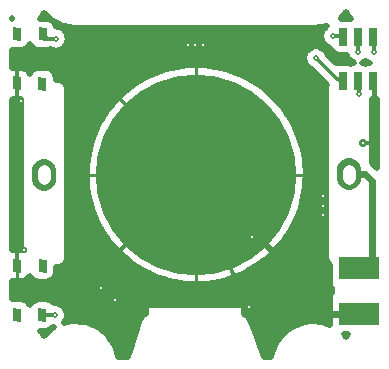
<source format=gbr>
G04 DipTrace 3.2.0.1*
G04 Íèæíèé.gbr*
%MOIN*%
G04 #@! TF.FileFunction,Copper,L2,Bot*
G04 #@! TF.Part,Single*
%AMOUTLINE0*
4,1,4,
0.014735,-0.029542,
-0.014794,-0.029513,
-0.014735,0.029542,
0.014794,0.029513,
0.014735,-0.029542,
0*%
%AMOUTLINE3*
4,1,16,
-0.041319,-0.011881,
-0.037196,-0.02981,
-0.025701,-0.044175,
-0.009112,-0.052129,
0.009286,-0.052097,
0.025848,-0.044088,
0.037294,-0.029685,
0.041358,-0.011741,
0.041319,0.011881,
0.037196,0.02981,
0.025701,0.044175,
0.009112,0.052129,
-0.009286,0.052097,
-0.025848,0.044088,
-0.037294,0.029685,
-0.041358,0.011741,
-0.041319,-0.011881,
0*%
%AMOUTLINE6*
4,1,4,
0.013953,0.021542,
0.013606,-0.021762,
-0.013953,-0.021542,
-0.013606,0.021762,
0.013953,0.021542,
0*%
%AMOUTLINE9*
4,1,4,
-0.013953,-0.021542,
-0.013606,0.021762,
0.013953,0.021542,
0.013606,-0.021762,
-0.013953,-0.021542,
0*%
%ADD15C,0.011811*%
%ADD19C,0.007874*%
%ADD31C,0.043307*%
G04 #@! TA.AperFunction,CopperBalancing*
%ADD10C,0.009843*%
%ADD16C,0.019685*%
G04 #@! TA.AperFunction,ViaPad*
%ADD17C,0.023622*%
%ADD21R,0.133858X0.074803*%
%ADD28C,0.669291*%
G04 #@! TA.AperFunction,ViaPad*
%ADD29C,0.027559*%
%ADD50OUTLINE0*%
G04 #@! TA.AperFunction,ComponentPad*
%ADD53OUTLINE3*%
%ADD56OUTLINE6*%
%ADD59OUTLINE9*%
%FSLAX26Y26*%
G04*
G70*
G90*
G75*
G01*
G04 Bottom*
%LPD*%
X460089Y461832D2*
D15*
X491634D1*
X493378Y460088D1*
X402955Y387550D2*
X472686Y317819D1*
X484462D1*
Y311663D1*
X493232D1*
X543394Y409802D2*
Y470272D1*
X540545Y473121D1*
Y457205D1*
X543378Y460038D1*
X546163Y269428D2*
Y308685D1*
X543234Y311614D1*
X545906Y-310280D2*
D17*
X590606D1*
Y-22003D1*
X567752Y852D1*
X511240D1*
X595969Y409114D2*
D15*
Y457400D1*
X593379Y459990D1*
X560121Y104448D2*
X591308D1*
X600916Y114055D1*
Y303881D1*
X593232Y311564D1*
X190810Y-206501D2*
Y-187442D1*
X3367Y0D1*
X545906Y-463823D2*
D17*
X444560D1*
X413043Y-432306D1*
Y-409676D1*
X3367Y0D1*
X-594156Y304475D2*
D15*
Y358948D1*
X-567193Y385911D1*
X-382543D1*
X3367Y0D1*
X180446Y-441051D2*
X94392Y-259021D1*
X53249Y64787D1*
X3367Y0D1*
X-314346Y-378621D2*
Y-316143D1*
X8080Y6283D1*
X3367Y0D1*
X-314346Y-378621D2*
Y-317714D1*
X3367Y0D1*
X-594156Y304475D2*
Y-251125D1*
Y-302491D1*
X-592849Y-303798D1*
X-570508Y-251125D2*
X-594156D1*
X-467571Y-468438D2*
X-508930D1*
X-509513Y-467856D1*
X-464615Y453630D2*
X-494657D1*
X-508206Y467178D1*
D16*
X460089Y461832D3*
X-464615Y453630D3*
D17*
X-23819Y431828D3*
X118Y431925D3*
X25106D3*
D16*
X543394Y409802D3*
X595969Y409114D3*
X402955Y387550D3*
X546163Y269428D3*
D17*
X-579537Y246337D3*
D29*
X560121Y104448D3*
D17*
X425852Y-72814D3*
X426650Y-103875D3*
X427151Y-135126D3*
D29*
X190810Y-206501D3*
D16*
X-314346Y-378621D3*
D17*
X-268184Y-417713D3*
D16*
X180446Y-441051D3*
X-467571Y-468438D3*
D17*
X-570508Y-251125D3*
X-505406Y533135D2*
D16*
X-499336D1*
X497881D2*
X505404D1*
X-462451Y494028D2*
X-431007D1*
X-428325Y474474D2*
X420022D1*
X-422513Y454920D2*
X418551D1*
X-426891Y435366D2*
X427917D1*
X-607675Y415812D2*
X-585631D1*
X-575839D2*
X-529545D1*
X-486100D2*
X-480068D1*
X-449139D2*
X372476D1*
X433469D2*
X450130D1*
X-607675Y396259D2*
X361782D1*
X447428D2*
X503633D1*
X-607675Y376705D2*
X362320D1*
X466984D2*
X518668D1*
X-607675Y357151D2*
X-73709D1*
X80440D2*
X374736D1*
X-465861Y337597D2*
X-137259D1*
X143991D2*
X399713D1*
X-463349Y318043D2*
X-177629D1*
X184361D2*
X419269D1*
X-427967Y298490D2*
X-208597D1*
X215329D2*
X436601D1*
X-424738Y278936D2*
X-233967D1*
X240699D2*
X432618D1*
X-424738Y259382D2*
X-255354D1*
X262085D2*
X432654D1*
X-607675Y239828D2*
X-582438D1*
X-424738D2*
X-273690D1*
X280423D2*
X432689D1*
X590390D2*
X605508D1*
X-607675Y220274D2*
X-582403D1*
X-424738D2*
X-289588D1*
X296319D2*
X432726D1*
X590390D2*
X605508D1*
X-607675Y200720D2*
X-582366D1*
X-424738D2*
X-303403D1*
X310135D2*
X432761D1*
X590390D2*
X605508D1*
X-607675Y181167D2*
X-582331D1*
X-424738D2*
X-315424D1*
X322156D2*
X432798D1*
X590390D2*
X605508D1*
X-607675Y161613D2*
X-582294D1*
X-424738D2*
X-325831D1*
X332563D2*
X432869D1*
X590390D2*
X605472D1*
X-607675Y142059D2*
X-582259D1*
X-424738D2*
X-334765D1*
X341497D2*
X432906D1*
X590390D2*
X605472D1*
X-607675Y122505D2*
X-582223D1*
X-424738D2*
X-342373D1*
X349105D2*
X432941D1*
X590390D2*
X605472D1*
X-607675Y102951D2*
X-582151D1*
X-424738D2*
X-348724D1*
X355492D2*
X432976D1*
X590390D2*
X605436D1*
X-607675Y83398D2*
X-582115D1*
X-424738D2*
X-353892D1*
X360623D2*
X433013D1*
X590390D2*
X605436D1*
X-607675Y63844D2*
X-582079D1*
X-424738D2*
X-357946D1*
X364678D2*
X433049D1*
X590390D2*
X605436D1*
X-607675Y44290D2*
X-582043D1*
X-424738D2*
X-360853D1*
X367585D2*
X433084D1*
X590390D2*
X605400D1*
X-607675Y24736D2*
X-582008D1*
X-424738D2*
X-362719D1*
X369451D2*
X433156D1*
X-607675Y5182D2*
X-581971D1*
X-424738D2*
X-363509D1*
X370277D2*
X433192D1*
X-607675Y-14371D2*
X-581900D1*
X-424738D2*
X-363294D1*
X370025D2*
X433228D1*
X-607675Y-33925D2*
X-581864D1*
X-424738D2*
X-361966D1*
X368734D2*
X433264D1*
X-607675Y-53479D2*
X-581828D1*
X-424738D2*
X-359634D1*
X366365D2*
X433299D1*
X-607675Y-73033D2*
X-581793D1*
X-424738D2*
X-356189D1*
X362920D2*
X433336D1*
X-607675Y-92587D2*
X-581756D1*
X-424738D2*
X-351631D1*
X358364D2*
X433371D1*
X-607675Y-112140D2*
X-581720D1*
X-424738D2*
X-345890D1*
X352657D2*
X433444D1*
X-607675Y-131694D2*
X-581685D1*
X-424738D2*
X-338965D1*
X345696D2*
X433479D1*
X-607675Y-151248D2*
X-581613D1*
X-424738D2*
X-330747D1*
X337479D2*
X433514D1*
X-607675Y-170802D2*
X-581577D1*
X-424738D2*
X-321130D1*
X327862D2*
X433551D1*
X-607675Y-190356D2*
X-581541D1*
X-424738D2*
X-309970D1*
X316738D2*
X433587D1*
X-607675Y-209909D2*
X-581505D1*
X-424738D2*
X-297159D1*
X303891D2*
X433622D1*
X-607675Y-229463D2*
X-581470D1*
X-424738D2*
X-282411D1*
X289143D2*
X433694D1*
X-607675Y-249017D2*
X-581433D1*
X-424738D2*
X-265402D1*
X272134D2*
X433730D1*
X-424738Y-268571D2*
X-245701D1*
X252469D2*
X433766D1*
X-426891Y-288125D2*
X-222627D1*
X229360D2*
X436888D1*
X-462164Y-307678D2*
X-194888D1*
X201621D2*
X446685D1*
X-462344Y-327232D2*
X-160189D1*
X166921D2*
X446685D1*
X-555643Y-346786D2*
X-546196D1*
X-470346D2*
X-112319D1*
X119088D2*
X446685D1*
X-607675Y-366340D2*
X446685D1*
X-607675Y-385894D2*
X455154D1*
X-607675Y-405448D2*
X446685D1*
X-556038Y-425001D2*
X-546877D1*
X-472033D2*
X446685D1*
X-433314Y-444555D2*
X-165356D1*
X165343D2*
X446685D1*
X-425671Y-464109D2*
X-167043D1*
X165343D2*
X446685D1*
X-428433Y-483663D2*
X-185487D1*
X184038D2*
X446685D1*
X-332766Y-503217D2*
X-191983D1*
X191824D2*
X331568D1*
X-512366Y-522770D2*
X-490360D1*
X-304562D2*
X-198441D1*
X199576D2*
X300995D1*
X-284610Y-542324D2*
X-204937D1*
X207362D2*
X281724D1*
X-270938Y-561878D2*
X-211432D1*
X215114D2*
X268483D1*
X-262182Y-581432D2*
X-217891D1*
X222900D2*
X260014D1*
X-257409Y-600986D2*
X-224171D1*
X230293D2*
X253699D1*
X457234Y-377996D2*
X448661D1*
Y-299589D1*
X444349Y-295933D1*
X441306Y-292276D1*
X438873Y-288189D1*
X437109Y-283770D1*
X436058Y-279131D1*
X435723Y-265651D1*
X434606Y285059D1*
X435231Y289774D1*
X436585Y294335D1*
X438642Y298634D1*
X434083Y305198D1*
X389602Y349678D1*
X384724Y351769D1*
X379352Y355062D1*
X374560Y359155D1*
X370467Y363946D1*
X367175Y369319D1*
X364764Y375140D1*
X363293Y381268D1*
X362798Y387550D1*
X363293Y393832D1*
X364764Y399959D1*
X367175Y405781D1*
X370467Y411154D1*
X374560Y415945D1*
X379352Y420038D1*
X384724Y423331D1*
X390546Y425741D1*
X396673Y427213D1*
X402955Y427707D1*
X409238Y427213D1*
X415365Y425741D1*
X421186Y423331D1*
X426559Y420038D1*
X431350Y415945D1*
X435444Y411154D1*
X438736Y405781D1*
X440785Y400941D1*
X471119Y370609D1*
X476148Y371429D1*
X508056Y371491D1*
X512798Y371113D1*
X517432Y369995D1*
X519159Y369996D1*
X523786Y371102D1*
X528529Y371471D1*
X530984Y371610D1*
X525163Y374021D1*
X519790Y377314D1*
X514999Y381407D1*
X510906Y386198D1*
X507613Y391571D1*
X505202Y397392D1*
X504403Y400226D1*
X476176Y400356D1*
X471478Y401105D1*
X466955Y402579D1*
X462719Y404743D1*
X458873Y407543D1*
X455513Y410909D1*
X452720Y414761D1*
X450564Y419001D1*
X449740Y421244D1*
X447680Y423640D1*
X441858Y426051D1*
X436486Y429344D1*
X431694Y433437D1*
X427601Y438228D1*
X424308Y443601D1*
X421898Y449423D1*
X420427Y455550D1*
X419932Y461832D1*
X420427Y468114D1*
X421898Y474241D1*
X424308Y480063D1*
X427601Y485436D1*
X431694Y490227D1*
X436486Y494320D1*
X438441Y495627D1*
X396499Y488955D1*
X-399350Y489077D1*
X-443675Y496589D1*
X-453425Y501966D1*
X-484619Y520026D1*
X-504134Y540152D1*
X-506749Y534335D1*
X-511924Y525890D1*
X-517555Y519224D1*
X-491633Y518923D1*
X-486941Y518140D1*
X-482429Y516634D1*
X-478207Y514441D1*
X-474382Y511614D1*
X-471045Y508223D1*
X-468280Y504353D1*
X-466154Y500097D1*
X-464718Y495552D1*
X-461465Y493664D1*
X-455241Y492678D1*
X-449248Y490731D1*
X-443634Y487870D1*
X-438535Y484165D1*
X-434080Y479710D1*
X-430375Y474612D1*
X-427514Y468997D1*
X-425567Y463004D1*
X-424581Y456781D1*
Y450479D1*
X-425567Y444256D1*
X-427514Y438262D1*
X-430375Y432648D1*
X-434080Y427550D1*
X-438535Y423094D1*
X-443634Y419390D1*
X-449248Y416529D1*
X-455241Y414581D1*
X-461465Y413596D1*
X-467766D1*
X-473990Y414581D1*
X-479983Y416529D1*
X-481896Y417411D1*
X-483223Y417316D1*
X-487759Y415883D1*
X-492463Y415176D1*
X-522402Y415323D1*
X-527140Y415734D1*
X-531757Y416881D1*
X-536138Y418736D1*
X-540173Y421255D1*
X-543765Y424373D1*
X-546825Y428014D1*
X-549280Y432091D1*
X-550261Y434269D1*
X-551329D1*
X-553522Y430047D1*
X-556349Y426222D1*
X-559740Y422885D1*
X-563610Y420119D1*
X-567866Y417993D1*
X-572402Y416560D1*
X-577106Y415853D1*
X-607045Y416000D1*
X-609432Y416113D1*
X-609661Y401332D1*
Y356513D1*
X-578125Y356261D1*
X-572690Y355386D1*
X-567504Y353545D1*
X-562736Y350794D1*
X-558545Y347227D1*
X-555066Y342961D1*
X-552416Y338136D1*
X-551731Y336424D1*
X-548840Y341606D1*
X-546013Y345432D1*
X-542622Y348769D1*
X-538752Y351534D1*
X-534496Y353660D1*
X-529961Y355093D1*
X-525256Y355801D1*
X-495318Y355654D1*
X-490579Y355243D1*
X-485962Y354096D1*
X-481581Y352240D1*
X-477546Y349722D1*
X-473954Y346604D1*
X-470894Y342962D1*
X-468440Y338886D1*
X-466655Y334476D1*
X-465581Y329843D1*
X-465247Y325088D1*
X-465328Y314942D1*
X-455413Y315129D1*
X-450698Y314504D1*
X-446138Y313150D1*
X-441846Y311097D1*
X-437928Y308400D1*
X-434480Y305122D1*
X-431588Y301345D1*
X-429322Y297163D1*
X-427738Y292677D1*
X-426874Y288000D1*
X-426711Y266484D1*
X-426804Y-279281D1*
X-427549Y-283980D1*
X-429018Y-288504D1*
X-431178Y-292743D1*
X-433975Y-296591D1*
X-437339Y-299954D1*
X-441186Y-302751D1*
X-445425Y-304911D1*
X-449949Y-306381D1*
X-454648Y-307125D1*
X-457035Y-307218D1*
X-464160Y-310734D1*
X-464398Y-328858D1*
X-465180Y-333550D1*
X-466686Y-338062D1*
X-468879Y-342283D1*
X-471706Y-346109D1*
X-475097Y-349446D1*
X-478967Y-352211D1*
X-483223Y-354337D1*
X-487759Y-355770D1*
X-492463Y-356478D1*
X-522402Y-356331D1*
X-527140Y-355920D1*
X-531757Y-354773D1*
X-536138Y-352917D1*
X-540173Y-350399D1*
X-543765Y-347281D1*
X-546825Y-343639D1*
X-549280Y-339563D1*
X-550261Y-337385D1*
X-551052Y-336709D1*
X-553533Y-341622D1*
X-556861Y-346007D1*
X-560927Y-349717D1*
X-565597Y-352630D1*
X-570717Y-354651D1*
X-576117Y-355714D1*
X-584997Y-355831D1*
X-608887Y-355583D1*
X-609661Y-361135D1*
Y-415140D1*
X-577583Y-415434D1*
X-572891Y-416217D1*
X-568379Y-417723D1*
X-564157Y-419916D1*
X-560332Y-422743D1*
X-556995Y-426134D1*
X-554230Y-430004D1*
X-552101Y-434269D1*
X-551033D1*
X-548840Y-430047D1*
X-546013Y-426222D1*
X-542622Y-422885D1*
X-538752Y-420119D1*
X-534496Y-417993D1*
X-529961Y-416560D1*
X-525256Y-415853D1*
X-495318Y-416000D1*
X-490579Y-416411D1*
X-485962Y-417558D1*
X-481581Y-419413D1*
X-477546Y-421932D1*
X-473954Y-425050D1*
X-470722Y-428404D1*
X-464420D1*
X-458197Y-429390D1*
X-452203Y-431337D1*
X-446589Y-434198D1*
X-441491Y-437903D1*
X-437035Y-442358D1*
X-433331Y-447457D1*
X-430470Y-453071D1*
X-428522Y-459064D1*
X-427537Y-465287D1*
Y-471589D1*
X-428522Y-477812D1*
X-430470Y-483806D1*
X-433331Y-489420D1*
X-436753Y-494160D1*
X-410413Y-488290D1*
X-365709Y-490774D1*
X-363466Y-491354D1*
X-324820Y-507446D1*
X-291997Y-535072D1*
X-290457Y-536799D1*
X-267102Y-570373D1*
X-264201Y-581264D1*
X-257747Y-607576D1*
X-222782Y-607659D1*
X-222438Y-602319D1*
X-221316Y-597686D1*
X-182514Y-480873D1*
X-180346Y-476639D1*
X-177542Y-472797D1*
X-174171Y-469440D1*
X-170316Y-466652D1*
X-166073Y-464501D1*
X-163829Y-463680D1*
X-163386Y-456693D1*
X-163265Y-443343D1*
X-162314Y-440413D1*
X-160503Y-437923D1*
X-158012Y-436112D1*
X-155083Y-435160D1*
X-125984Y-435039D1*
X155083Y-435160D1*
X158012Y-436112D1*
X160503Y-437923D1*
X162314Y-440413D1*
X163265Y-443343D1*
X163386Y-464654D1*
X167060Y-466219D1*
X171110Y-468714D1*
X174722Y-471811D1*
X177803Y-475436D1*
X180280Y-479496D1*
X194980Y-516154D1*
X227760Y-598892D1*
X228803Y-603534D1*
X229106Y-608290D1*
X230614Y-608654D1*
X254549Y-608706D1*
X256860Y-593856D1*
X269963Y-562622D1*
X289693Y-533657D1*
X317088Y-511319D1*
X345689Y-497357D1*
X380425Y-487875D1*
X391491Y-488612D1*
X422551Y-491322D1*
X448631Y-500955D1*
X448661Y-396106D1*
X456965D1*
X457206Y-378021D1*
X508261Y-531539D2*
X494984D1*
X503470Y-541987D1*
X506749Y-534335D1*
X508310Y-531547D1*
X518571Y518160D2*
X514992Y521997D1*
X509171Y530010D1*
X504673Y538836D1*
X503434Y542197D1*
X487218Y522841D1*
X485979Y521915D1*
X487860Y519936D1*
X510580Y519820D1*
X515278Y519071D1*
X517577Y518420D1*
X-517056Y-519765D2*
X-511924Y-525890D1*
X-506749Y-534335D1*
X-504844Y-538467D1*
X-487455Y-521913D1*
X-469664Y-508560D1*
X-472055Y-508314D1*
X-476404Y-512827D1*
X-480274Y-515592D1*
X-484530Y-517718D1*
X-489066Y-519151D1*
X-493770Y-519858D1*
X-516997Y-519765D1*
X607500Y251707D2*
X588424Y251727D1*
X588427Y37525D1*
X592513Y34932D1*
X597549Y30630D1*
X607370Y21119D1*
X607500Y251676D1*
X580365Y371420D2*
X582122Y371417D1*
X577738Y373333D1*
X572365Y376626D1*
X569301Y379122D1*
X564375Y375562D1*
X558761Y372701D1*
X555222Y371446D1*
X562799Y371064D1*
X567433Y369946D1*
X571541Y370613D1*
X576991Y371385D1*
X580365Y371420D1*
X368323Y-1837D2*
X367769Y-20199D1*
X366290Y-38510D1*
X363892Y-56724D1*
X360581Y-74794D1*
X356366Y-92675D1*
X351255Y-110320D1*
X345262Y-127686D1*
X338404Y-144728D1*
X330697Y-161404D1*
X322160Y-177672D1*
X312816Y-193488D1*
X302688Y-208815D1*
X291801Y-223612D1*
X280184Y-237843D1*
X267865Y-251471D1*
X254875Y-264462D1*
X241248Y-276783D1*
X227020Y-288403D1*
X212223Y-299291D1*
X196899Y-309423D1*
X181083Y-318769D1*
X164818Y-327307D1*
X148143Y-335017D1*
X131101Y-341878D1*
X113736Y-347873D1*
X96091Y-352986D1*
X78211Y-357203D1*
X60142Y-360517D1*
X41929Y-362917D1*
X23618Y-364399D1*
X5255Y-364955D1*
X-13112Y-364588D1*
X-31437Y-363298D1*
X-49675Y-361085D1*
X-67777Y-357959D1*
X-85699Y-353925D1*
X-103396Y-348995D1*
X-120823Y-343181D1*
X-137934Y-336497D1*
X-154688Y-328961D1*
X-171041Y-320591D1*
X-186953Y-311407D1*
X-202382Y-301436D1*
X-217289Y-290701D1*
X-231638Y-279228D1*
X-245391Y-267050D1*
X-258514Y-254194D1*
X-270974Y-240694D1*
X-282738Y-226584D1*
X-293777Y-211900D1*
X-304063Y-196678D1*
X-313571Y-180959D1*
X-322276Y-164782D1*
X-330155Y-148188D1*
X-337189Y-131217D1*
X-343360Y-113913D1*
X-348654Y-96322D1*
X-353054Y-78486D1*
X-356552Y-60451D1*
X-359138Y-42264D1*
X-360806Y-23969D1*
X-361550Y-5613D1*
X-361370Y12757D1*
X-360266Y31094D1*
X-358240Y49354D1*
X-355299Y67487D1*
X-351449Y85450D1*
X-346699Y103197D1*
X-341063Y120681D1*
X-334554Y137860D1*
X-327189Y154690D1*
X-318986Y171127D1*
X-309966Y187131D1*
X-300152Y202661D1*
X-289571Y217678D1*
X-278245Y232143D1*
X-266207Y246020D1*
X-253486Y259273D1*
X-240114Y271870D1*
X-226125Y283777D1*
X-211554Y294966D1*
X-196440Y305407D1*
X-180818Y315075D1*
X-164730Y323944D1*
X-148217Y331992D1*
X-131318Y339199D1*
X-114079Y345547D1*
X-96542Y351020D1*
X-78752Y355602D1*
X-60753Y359283D1*
X-42593Y362055D1*
X-24316Y363909D1*
X-5970Y364841D1*
X12402Y364849D1*
X30749Y363932D1*
X49028Y362093D1*
X67190Y359337D1*
X85192Y355669D1*
X102986Y351102D1*
X120526Y345644D1*
X137772Y339311D1*
X154676Y332118D1*
X171196Y324083D1*
X187291Y315227D1*
X202921Y305573D1*
X218045Y295144D1*
X232625Y283967D1*
X246623Y272072D1*
X260005Y259487D1*
X272738Y246243D1*
X284787Y232377D1*
X296125Y217921D1*
X306719Y202913D1*
X316546Y187391D1*
X325579Y171395D1*
X333795Y154965D1*
X341175Y138140D1*
X347698Y120967D1*
X353349Y103487D1*
X358113Y85744D1*
X361978Y67785D1*
X364934Y49654D1*
X366975Y31396D1*
X368094Y13060D1*
X368323Y-1837D1*
X-582630Y252413D2*
X-608509Y252621D1*
X-609661Y245164D1*
X-609581Y-251882D1*
X-600701Y-251765D1*
X-579451Y-251936D1*
X-580512Y252391D1*
X-582630Y252413D1*
X-609661Y520500D2*
Y519732D1*
X448697Y-463823D2*
D10*
X545906D1*
X593232Y311564D2*
Y251714D1*
X3367Y364925D2*
Y-364925D1*
X-361558Y0D2*
X368293D1*
X-594156Y356474D2*
Y252476D1*
X-592849Y-251799D2*
Y-355797D1*
D21*
X545906Y-310280D3*
Y-463823D3*
D50*
X593379Y459990D3*
X543378Y460038D3*
X493378Y460088D3*
X593232Y311564D3*
X543234Y311614D3*
X493232Y311663D3*
D53*
X511240Y852D3*
X-504505Y-850D3*
D28*
X3367Y0D3*
D56*
X-509513Y303798D3*
X-594156Y304475D3*
X-508206Y467178D3*
X-592849Y467856D3*
D59*
Y-303798D3*
X-508206Y-304475D3*
X-594156Y-467178D3*
X-509513Y-467856D3*
G04 Bottom Clear*
%LPC*%
D19*
X460089Y461832D3*
X-464615Y453630D3*
D15*
X-23819Y431828D3*
X118Y431925D3*
X25106D3*
D19*
X543394Y409802D3*
X595969Y409114D3*
X402955Y387550D3*
X546163Y269428D3*
D15*
X-579537Y246337D3*
X560121Y104448D3*
X425852Y-72814D3*
X426650Y-103875D3*
X427151Y-135126D3*
X190810Y-206501D3*
D19*
X-314346Y-378621D3*
D15*
X-268184Y-417713D3*
D19*
X180446Y-441051D3*
X-467571Y-468438D3*
D15*
X-570508Y-251125D3*
X511220Y12663D2*
D31*
X511260Y-10959D1*
X-504525Y10961D2*
X-504485Y-12661D1*
M02*

</source>
